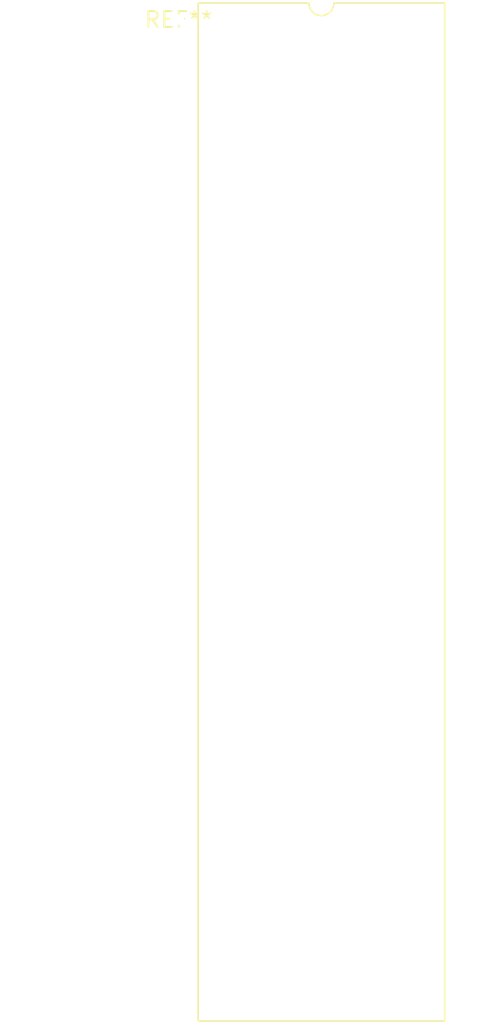
<source format=kicad_pcb>
(kicad_pcb (version 20240108) (generator pcbnew)
  (layers (0 "F.Cu" signal) (31 "B.Cu" signal) (34 "B.Paste" user) (35 "F.Paste" user) (36 "B.SilkS" user "B.Silkscreen") (37 "F.SilkS" user "F.Silkscreen") (38 "B.Mask" user) (39 "F.Mask" user) (44 "Edge.Cuts" user))
  (net 0 "")
  (footprint "DIP-64_W22.86mm_LongPads" (layer "F.Cu") (at 0 0)
    (property "Reference" "REF**")
    (property "Value" "DIP-64_W22.86mm_LongPads")
    (fp_line (start 1.56 -1.33) (end 1.56 80.07) (layer "F.SilkS") (stroke (width 0.12)))
    (fp_line (start 1.56 80.07) (end 21.3 80.07) (layer "F.SilkS") (stroke (width 0.12)))
    (fp_line (start 10.43 -1.33) (end 1.56 -1.33) (layer "F.SilkS") (stroke (width 0.12)))
    (fp_line (start 21.3 -1.33) (end 12.43 -1.33) (layer "F.SilkS") (stroke (width 0.12)))
    (fp_line (start 21.3 80.07) (end 21.3 -1.33) (layer "F.SilkS") (stroke (width 0.12)))
    (fp_arc (start 12.43 -1.33) (mid 11.43 -0.33) (end 10.43 -1.33) (layer "F.SilkS") (stroke (width 0.12)))
    (pad "1" thru_hole rect (at 0 0) (size 2.4 1.6) (drill 0.8) (layers *.Cu *.Mask) (remove_unused_layers))
    (pad "2" thru_hole oval (at 0 2.54) (size 2.4 1.6) (drill 0.8) (layers *.Cu *.Mask) (remove_unused_layers))
    (pad "3" thru_hole oval (at 0 5.08) (size 2.4 1.6) (drill 0.8) (layers *.Cu *.Mask) (remove_unused_layers))
    (pad "4" thru_hole oval (at 0 7.62) (size 2.4 1.6) (drill 0.8) (layers *.Cu *.Mask) (remove_unused_layers))
    (pad "5" thru_hole oval (at 0 10.16) (size 2.4 1.6) (drill 0.8) (layers *.Cu *.Mask) (remove_unused_layers))
    (pad "6" thru_hole oval (at 0 12.7) (size 2.4 1.6) (drill 0.8) (layers *.Cu *.Mask) (remove_unused_layers))
    (pad "7" thru_hole oval (at 0 15.24) (size 2.4 1.6) (drill 0.8) (layers *.Cu *.Mask) (remove_unused_layers))
    (pad "8" thru_hole oval (at 0 17.78) (size 2.4 1.6) (drill 0.8) (layers *.Cu *.Mask) (remove_unused_layers))
    (pad "9" thru_hole oval (at 0 20.32) (size 2.4 1.6) (drill 0.8) (layers *.Cu *.Mask) (remove_unused_layers))
    (pad "10" thru_hole oval (at 0 22.86) (size 2.4 1.6) (drill 0.8) (layers *.Cu *.Mask) (remove_unused_layers))
    (pad "11" thru_hole oval (at 0 25.4) (size 2.4 1.6) (drill 0.8) (layers *.Cu *.Mask) (remove_unused_layers))
    (pad "12" thru_hole oval (at 0 27.94) (size 2.4 1.6) (drill 0.8) (layers *.Cu *.Mask) (remove_unused_layers))
    (pad "13" thru_hole oval (at 0 30.48) (size 2.4 1.6) (drill 0.8) (layers *.Cu *.Mask) (remove_unused_layers))
    (pad "14" thru_hole oval (at 0 33.02) (size 2.4 1.6) (drill 0.8) (layers *.Cu *.Mask) (remove_unused_layers))
    (pad "15" thru_hole oval (at 0 35.56) (size 2.4 1.6) (drill 0.8) (layers *.Cu *.Mask) (remove_unused_layers))
    (pad "16" thru_hole oval (at 0 38.1) (size 2.4 1.6) (drill 0.8) (layers *.Cu *.Mask) (remove_unused_layers))
    (pad "17" thru_hole oval (at 0 40.64) (size 2.4 1.6) (drill 0.8) (layers *.Cu *.Mask) (remove_unused_layers))
    (pad "18" thru_hole oval (at 0 43.18) (size 2.4 1.6) (drill 0.8) (layers *.Cu *.Mask) (remove_unused_layers))
    (pad "19" thru_hole oval (at 0 45.72) (size 2.4 1.6) (drill 0.8) (layers *.Cu *.Mask) (remove_unused_layers))
    (pad "20" thru_hole oval (at 0 48.26) (size 2.4 1.6) (drill 0.8) (layers *.Cu *.Mask) (remove_unused_layers))
    (pad "21" thru_hole oval (at 0 50.8) (size 2.4 1.6) (drill 0.8) (layers *.Cu *.Mask) (remove_unused_layers))
    (pad "22" thru_hole oval (at 0 53.34) (size 2.4 1.6) (drill 0.8) (layers *.Cu *.Mask) (remove_unused_layers))
    (pad "23" thru_hole oval (at 0 55.88) (size 2.4 1.6) (drill 0.8) (layers *.Cu *.Mask) (remove_unused_layers))
    (pad "24" thru_hole oval (at 0 58.42) (size 2.4 1.6) (drill 0.8) (layers *.Cu *.Mask) (remove_unused_layers))
    (pad "25" thru_hole oval (at 0 60.96) (size 2.4 1.6) (drill 0.8) (layers *.Cu *.Mask) (remove_unused_layers))
    (pad "26" thru_hole oval (at 0 63.5) (size 2.4 1.6) (drill 0.8) (layers *.Cu *.Mask) (remove_unused_layers))
    (pad "27" thru_hole oval (at 0 66.04) (size 2.4 1.6) (drill 0.8) (layers *.Cu *.Mask) (remove_unused_layers))
    (pad "28" thru_hole oval (at 0 68.58) (size 2.4 1.6) (drill 0.8) (layers *.Cu *.Mask) (remove_unused_layers))
    (pad "29" thru_hole oval (at 0 71.12) (size 2.4 1.6) (drill 0.8) (layers *.Cu *.Mask) (remove_unused_layers))
    (pad "30" thru_hole oval (at 0 73.66) (size 2.4 1.6) (drill 0.8) (layers *.Cu *.Mask) (remove_unused_layers))
    (pad "31" thru_hole oval (at 0 76.2) (size 2.4 1.6) (drill 0.8) (layers *.Cu *.Mask) (remove_unused_layers))
    (pad "32" thru_hole oval (at 0 78.74) (size 2.4 1.6) (drill 0.8) (layers *.Cu *.Mask) (remove_unused_layers))
    (pad "33" thru_hole oval (at 22.86 78.74) (size 2.4 1.6) (drill 0.8) (layers *.Cu *.Mask) (remove_unused_layers))
    (pad "34" thru_hole oval (at 22.86 76.2) (size 2.4 1.6) (drill 0.8) (layers *.Cu *.Mask) (remove_unused_layers))
    (pad "35" thru_hole oval (at 22.86 73.66) (size 2.4 1.6) (drill 0.8) (layers *.Cu *.Mask) (remove_unused_layers))
    (pad "36" thru_hole oval (at 22.86 71.12) (size 2.4 1.6) (drill 0.8) (layers *.Cu *.Mask) (remove_unused_layers))
    (pad "37" thru_hole oval (at 22.86 68.58) (size 2.4 1.6) (drill 0.8) (layers *.Cu *.Mask) (remove_unused_layers))
    (pad "38" thru_hole oval (at 22.86 66.04) (size 2.4 1.6) (drill 0.8) (layers *.Cu *.Mask) (remove_unused_layers))
    (pad "39" thru_hole oval (at 22.86 63.5) (size 2.4 1.6) (drill 0.8) (layers *.Cu *.Mask) (remove_unused_layers))
    (pad "40" thru_hole oval (at 22.86 60.96) (size 2.4 1.6) (drill 0.8) (layers *.Cu *.Mask) (remove_unused_layers))
    (pad "41" thru_hole oval (at 22.86 58.42) (size 2.4 1.6) (drill 0.8) (layers *.Cu *.Mask) (remove_unused_layers))
    (pad "42" thru_hole oval (at 22.86 55.88) (size 2.4 1.6) (drill 0.8) (layers *.Cu *.Mask) (remove_unused_layers))
    (pad "43" thru_hole oval (at 22.86 53.34) (size 2.4 1.6) (drill 0.8) (layers *.Cu *.Mask) (remove_unused_layers))
    (pad "44" thru_hole oval (at 22.86 50.8) (size 2.4 1.6) (drill 0.8) (layers *.Cu *.Mask) (remove_unused_layers))
    (pad "45" thru_hole oval (at 22.86 48.26) (size 2.4 1.6) (drill 0.8) (layers *.Cu *.Mask) (remove_unused_layers))
    (pad "46" thru_hole oval (at 22.86 45.72) (size 2.4 1.6) (drill 0.8) (layers *.Cu *.Mask) (remove_unused_layers))
    (pad "47" thru_hole oval (at 22.86 43.18) (size 2.4 1.6) (drill 0.8) (layers *.Cu *.Mask) (remove_unused_layers))
    (pad "48" thru_hole oval (at 22.86 40.64) (size 2.4 1.6) (drill 0.8) (layers *.Cu *.Mask) (remove_unused_layers))
    (pad "49" thru_hole oval (at 22.86 38.1) (size 2.4 1.6) (drill 0.8) (layers *.Cu *.Mask) (remove_unused_layers))
    (pad "50" thru_hole oval (at 22.86 35.56) (size 2.4 1.6) (drill 0.8) (layers *.Cu *.Mask) (remove_unused_layers))
    (pad "51" thru_hole oval (at 22.86 33.02) (size 2.4 1.6) (drill 0.8) (layers *.Cu *.Mask) (remove_unused_layers))
    (pad "52" thru_hole oval (at 22.86 30.48) (size 2.4 1.6) (drill 0.8) (layers *.Cu *.Mask) (remove_unused_layers))
    (pad "53" thru_hole oval (at 22.86 27.94) (size 2.4 1.6) (drill 0.8) (layers *.Cu *.Mask) (remove_unused_layers))
    (pad "54" thru_hole oval (at 22.86 25.4) (size 2.4 1.6) (drill 0.8) (layers *.Cu *.Mask) (remove_unused_layers))
    (pad "55" thru_hole oval (at 22.86 22.86) (size 2.4 1.6) (drill 0.8) (layers *.Cu *.Mask) (remove_unused_layers))
    (pad "56" thru_hole oval (at 22.86 20.32) (size 2.4 1.6) (drill 0.8) (layers *.Cu *.Mask) (remove_unused_layers))
    (pad "57" thru_hole oval (at 22.86 17.78) (size 2.4 1.6) (drill 0.8) (layers *.Cu *.Mask) (remove_unused_layers))
    (pad "58" thru_hole oval (at 22.86 15.24) (size 2.4 1.6) (drill 0.8) (layers *.Cu *.Mask) (remove_unused_layers))
    (pad "59" thru_hole oval (at 22.86 12.7) (size 2.4 1.6) (drill 0.8) (layers *.Cu *.Mask) (remove_unused_layers))
    (pad "60" thru_hole oval (at 22.86 10.16) (size 2.4 1.6) (drill 0.8) (layers *.Cu *.Mask) (remove_unused_layers))
    (pad "61" thru_hole oval (at 22.86 7.62) (size 2.4 1.6) (drill 0.8) (layers *.Cu *.Mask) (remove_unused_layers))
    (pad "62" thru_hole oval (at 22.86 5.08) (size 2.4 1.6) (drill 0.8) (layers *.Cu *.Mask) (remove_unused_layers))
    (pad "63" thru_hole oval (at 22.86 2.54) (size 2.4 1.6) (drill 0.8) (layers *.Cu *.Mask) (remove_unused_layers))
    (pad "64" thru_hole oval (at 22.86 0) (size 2.4 1.6) (drill 0.8) (layers *.Cu *.Mask) (remove_unused_layers))
  )
)
</source>
